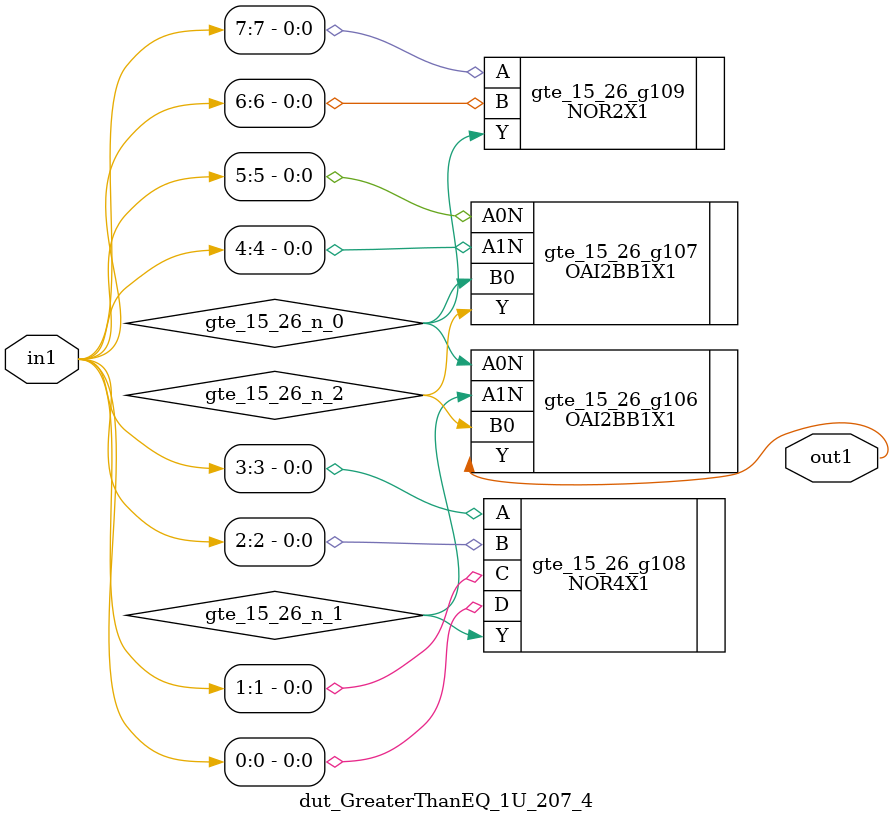
<source format=v>
`timescale 1ps / 1ps


module dut_GreaterThanEQ_1U_207_4(in1, out1);
  input [7:0] in1;
  output out1;
  wire [7:0] in1;
  wire out1;
  wire gte_15_26_n_0, gte_15_26_n_1, gte_15_26_n_2;
  OAI2BB1X1 gte_15_26_g106(.A0N (gte_15_26_n_0), .A1N (gte_15_26_n_1),
       .B0 (gte_15_26_n_2), .Y (out1));
  OAI2BB1X1 gte_15_26_g107(.A0N (in1[5]), .A1N (in1[4]), .B0
       (gte_15_26_n_0), .Y (gte_15_26_n_2));
  NOR4X1 gte_15_26_g108(.A (in1[3]), .B (in1[2]), .C (in1[1]), .D
       (in1[0]), .Y (gte_15_26_n_1));
  NOR2X1 gte_15_26_g109(.A (in1[7]), .B (in1[6]), .Y (gte_15_26_n_0));
endmodule



</source>
